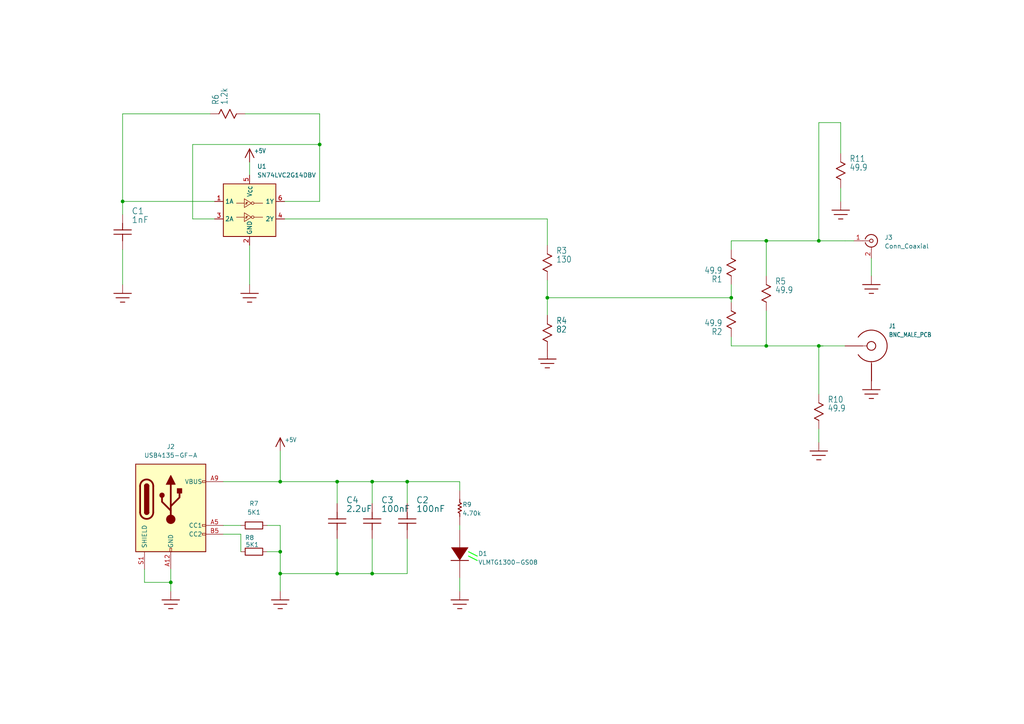
<source format=kicad_sch>
(kicad_sch (version 20250114) (generator "eeschema") (generator_version "9.0")
  (paper "A4")
  (title_block (title "Tiny TDR - BNC, and SMA connector") (date "2024-11-24") (rev "0.1"))
  (lib_symbols
    (symbol "74xGxx:SN74LVC2G14DBV"
      (property "Reference" "U" (at 2.54 12.7 0))
      (property "Value" "SN74LVC2G14DBV" (at 2.54 10.16 0))
      (symbol "SN74LVC2G14DBV_1_1"
        (rectangle (start -7.62 7.62) (end 7.62 -7.62) (stroke (width 0.254)) (fill (type background)))
        (polyline (pts (xy -1.524 3.302) (xy 0.508 2.032) (xy -1.524 0.762) (xy -1.524 3.302)))
        (polyline (pts (xy -1.524 2.032) (xy -3.81 2.032)))
        (polyline (pts (xy -1.524 -0.762) (xy 0.508 -2.032) (xy -1.524 -3.302) (xy -1.524 -0.762)))
        (polyline (pts (xy -1.524 -2.032) (xy -3.81 -2.032)))
        (polyline (pts (xy -1.016 1.778) (xy -1.016 2.286) (xy -0.762 2.286) (xy -0.762 1.778) (xy -1.27 1.778)))
        (polyline (pts (xy -1.016 -2.286) (xy -1.016 -1.778) (xy -0.762 -1.778) (xy -0.762 -2.286) (xy -1.27 -2.286)))
        (polyline (pts (xy -0.762 2.286) (xy -0.508 2.286)))
        (polyline (pts (xy -0.762 -1.778) (xy -0.508 -1.778)))
        (circle (center 0.889 2.032) (radius 0.381))
        (circle (center 0.889 -2.032) (radius 0.381))
        (polyline (pts (xy 1.27 2.032) (xy 3.81 2.032)))
        (polyline (pts (xy 1.27 -2.032) (xy 3.81 -2.032)))
        (pin input line (at -10.16 2.54 0) (length 2.54) (name "1A") (number "1"))
        (pin input line (at -10.16 -2.54 0) (length 2.54) (name "2A") (number "3"))
        (pin power_in line (at 0 10.16 270) (length 2.54) (name "V_{CC}") (number "5"))
        (pin power_in line (at 0 -10.16 90) (length 2.54) (name "GND") (number "2"))
        (pin output line (at 10.16 2.54 180) (length 2.54) (name "1Y") (number "6"))
        (pin output line (at 10.16 -2.54 180) (length 2.54) (name "2Y") (number "4"))
      )
    )
    (symbol "C0603_1"
      (property "Reference" "C3" (at 2.54 5.08 0))
      (property "Value" "100nF" (at 2.54 2.54 0))
      (symbol "C0603_1_1_0"
        (polyline (pts (xy -2.54 0.635) (xy 0 0.635)) (stroke (width 0.254)))
        (polyline (pts (xy 0 2.54) (xy 0 0.635)) (stroke (width 0.254)))
        (polyline (pts (xy 0 0.635) (xy 2.54 0.635)) (stroke (width 0.254)))
        (polyline (pts (xy 0 -0.635) (xy -2.54 -0.635)) (stroke (width 0.254)))
        (polyline (pts (xy 0 -0.635) (xy 0 -2.54)) (stroke (width 0.254)))
        (polyline (pts (xy 2.54 -0.635) (xy 0 -0.635)) (stroke (width 0.254)))
        (pin passive line (at 0 5.08 270) (length 2.54) (name "P$2") (number "P$2"))
        (pin passive line (at 0 -5.08 90) (length 2.54) (name "P$1") (number "P$1"))
      )
    )
    (symbol "C0603_2"
      (property "Reference" "C2" (at 2.54 5.08 0))
      (property "Value" "100nF" (at 2.54 2.54 0))
      (symbol "C0603_2_1_0"
        (polyline (pts (xy -2.54 0.635) (xy 0 0.635)) (stroke (width 0.254)))
        (polyline (pts (xy 0 2.54) (xy 0 0.635)) (stroke (width 0.254)))
        (polyline (pts (xy 0 0.635) (xy 2.54 0.635)) (stroke (width 0.254)))
        (polyline (pts (xy 0 -0.635) (xy -2.54 -0.635)) (stroke (width 0.254)))
        (polyline (pts (xy 0 -0.635) (xy 0 -2.54)) (stroke (width 0.254)))
        (polyline (pts (xy 2.54 -0.635) (xy 0 -0.635)) (stroke (width 0.254)))
        (pin passive line (at 0 5.08 270) (length 2.54) (name "P$2") (number "P$2"))
        (pin passive line (at 0 -5.08 90) (length 2.54) (name "P$1") (number "P$1"))
      )
    )
    (symbol "Connector:Conn_Coaxial" (pin_names (offset 1.016) (hide yes))
      (property "Reference" "J" (at 0.254 3.048 0))
      (property "Value" "Conn_Coaxial" (at 2.921 0 90))
      (symbol "Conn_Coaxial_0_1"
        (polyline (pts (xy -2.54 0) (xy -0.508 0)))
        (arc (start 1.778 0) (mid 0.222 -1.8079) (end -1.778 -0.508) (stroke (width 0.254)))
        (arc (start -1.778 0.508) (mid 0.2221 1.8084) (end 1.778 0) (stroke (width 0.254)))
        (circle (center 0 0) (radius 0.508) (stroke (width 0.2032)))
        (polyline (pts (xy 0 -2.54) (xy 0 -1.778)))
      )
      (symbol "Conn_Coaxial_1_1"
        (pin passive line (at -5.08 0 0) (length 2.54) (name "In") (number "1"))
        (pin passive line (at 0 -5.08 90) (length 2.54) (name "Ext") (number "2"))
      )
    )
    (symbol "Connector:USB_C_Receptacle_PowerOnly_6P" (pin_names (offset 1.016))
      (property "Reference" "J2" (at 0 17.78 0))
      (property "Value" "USB4135-GF-A" (at 0 15.24 0))
      (symbol "USB_C_Receptacle_PowerOnly_6P_0_0"
        (rectangle (start -0.254 -12.7) (end 0.254 -11.684))
        (rectangle (start 10.16 7.874) (end 9.144 7.366))
        (rectangle (start 10.16 -4.826) (end 9.144 -5.334))
        (rectangle (start 10.16 -7.366) (end 9.144 -7.874))
      )
      (symbol "USB_C_Receptacle_PowerOnly_6P_0_1"
        (rectangle (start -10.16 12.7) (end 10.16 -12.7) (stroke (width 0.254)) (fill (type background)))
        (polyline (pts (xy -8.89 -1.27) (xy -8.89 6.35)) (stroke (width 0.508)))
        (rectangle (start -7.62 -1.27) (end -6.35 6.35) (stroke (width 0.254)) (fill (type outline)))
        (arc (start -7.62 6.35) (mid -6.985 6.9823) (end -6.35 6.35) (stroke (width 0.254)))
        (arc (start -7.62 6.35) (mid -6.985 6.9823) (end -6.35 6.35) (stroke (width 0.254)) (fill (type outline)))
        (arc (start -8.89 6.35) (mid -6.985 8.2467) (end -5.08 6.35) (stroke (width 0.508)))
        (arc (start -5.08 -1.27) (mid -6.985 -3.1667) (end -8.89 -1.27) (stroke (width 0.508)))
        (arc (start -6.35 -1.27) (mid -6.985 -1.9023) (end -7.62 -1.27) (stroke (width 0.254)))
        (arc (start -6.35 -1.27) (mid -6.985 -1.9023) (end -7.62 -1.27) (stroke (width 0.254)) (fill (type outline)))
        (polyline (pts (xy -5.08 6.35) (xy -5.08 -1.27)) (stroke (width 0.508)))
        (circle (center -2.54 3.683) (radius 0.635) (stroke (width 0.254)) (fill (type outline)))
        (polyline (pts (xy -1.27 6.858) (xy 0 9.398) (xy 1.27 6.858) (xy -1.27 6.858)) (stroke (width 0.254)) (fill (type outline)))
        (polyline (pts (xy 0 0.508) (xy 2.54 3.048) (xy 2.54 4.318)) (stroke (width 0.508)))
        (polyline (pts (xy 0 -0.762) (xy -2.54 1.778) (xy -2.54 3.048)) (stroke (width 0.508)))
        (polyline (pts (xy 0 -3.302) (xy 0 6.858)) (stroke (width 0.508)))
        (circle (center 0 -3.302) (radius 1.27) (fill (type outline)))
        (rectangle (start 1.905 4.318) (end 3.175 5.588) (stroke (width 0.254)) (fill (type outline)))
      )
      (symbol "USB_C_Receptacle_PowerOnly_6P_1_1"
        (pin passive line (at -7.62 -17.78 90) (length 5.08) (name "SHIELD") (number "S1"))
        (pin power_out line (at 0 -17.78 90) (length 5.08) (name "GND") (number "A12"))
        (pin passive line (at 0 -17.78 90) (length 5.08) (hide yes) (name "GND") (number "B12"))
        (pin power_out line (at 15.24 7.62 180) (length 5.08) (name "VBUS") (number "A9"))
        (pin passive line (at 15.24 7.62 180) (length 5.08) (hide yes) (name "VBUS") (number "B9"))
        (pin bidirectional line (at 15.24 -5.08 180) (length 5.08) (name "CC1") (number "A5"))
        (pin bidirectional line (at 15.24 -7.62 180) (length 5.08) (name "CC2") (number "B5"))
      )
    )
    (symbol "Device:R" (pin_numbers (hide yes)) (pin_names (offset 0))
      (property "Reference" "R" (at 2.032 0 90))
      (property "Value" "R" (at 0 0 90))
      (symbol "R_0_1"
        (rectangle (start -1.016 -2.54) (end 1.016 2.54) (stroke (width 0.254)))
      )
      (symbol "R_1_1"
        (pin passive line (at 0 3.81 270) (length 1.27) (name "~") (number "1"))
        (pin passive line (at 0 -3.81 90) (length 1.27) (name "~") (number "2"))
      )
    )
    (symbol "TDR1-eagle-import:+5V" (power)
      (symbol "+5V_1_0"
        (polyline (pts (xy 0 1.27) (xy -1.27 -1.27)) (stroke (width 0.254)))
        (polyline (pts (xy 0 1.27) (xy 1.27 -1.27)) (stroke (width 0.254)))
        (polyline (pts (xy 0 0) (xy 0 1.27)) (stroke (width 0.254)))
        (pin power_in line (at 0 -2.54 90) (length 2.54) (name "+5V") (number "1"))
      )
    )
    (symbol "TDR1-eagle-import:BNC_MALE_PCB"
      (property "Reference" "J" (at 5.08 5.08 0))
      (symbol "BNC_MALE_PCB_1_0"
        (polyline (pts (xy -2.54 0) (xy -1.27 0)) (stroke (width 0.1524)))
        (arc (start -3.81 2.54) (mid 4.5791 0) (end -3.81 -2.54) (stroke (width 0.254)))
        (circle (center 0 0) (radius 1.27) (stroke (width 0.254)))
        (polyline (pts (xy 0 -5.08) (xy 0 -4.445)) (stroke (width 0.1524)))
        (pin bidirectional line (at -7.62 0 0) (length 5.08) (name "CENTER") (number "CENTER"))
        (pin bidirectional line (at 0 -10.16 90) (length 5.08) (name "SHIELD") (number "SHIELD@1"))
        (pin bidirectional line (at 0 -10.16 90) (length 5.08) (name "SHIELD") (number "SHIELD@2"))
        (pin bidirectional line (at 0 -10.16 90) (length 5.08) (name "SHIELD") (number "SHIELD@3"))
        (pin bidirectional line (at 0 -10.16 90) (length 5.08) (name "SHIELD") (number "SHIELD@4"))
      )
    )
    (symbol "TDR1-eagle-import:C0603"
      (property "Reference" "C" (at 2.54 5.08 0))
      (symbol "C0603_1_0"
        (polyline (pts (xy -2.54 0.635) (xy 0 0.635)) (stroke (width 0.254)))
        (polyline (pts (xy 0 2.54) (xy 0 0.635)) (stroke (width 0.254)))
        (polyline (pts (xy 0 0.635) (xy 2.54 0.635)) (stroke (width 0.254)))
        (polyline (pts (xy 0 -0.635) (xy -2.54 -0.635)) (stroke (width 0.254)))
        (polyline (pts (xy 0 -0.635) (xy 0 -2.54)) (stroke (width 0.254)))
        (polyline (pts (xy 2.54 -0.635) (xy 0 -0.635)) (stroke (width 0.254)))
        (pin bidirectional line (at 0 5.08 270) (length 2.54) (name "P$2") (number "P$2"))
        (pin bidirectional line (at 0 -5.08 90) (length 2.54) (name "P$1") (number "P$1"))
      )
    )
    (symbol "TDR1-eagle-import:C1206"
      (property "Reference" "C4" (at 2.54 5.08 0))
      (property "Value" "2.2uF" (at 2.54 2.54 0))
      (symbol "C1206_1_0"
        (polyline (pts (xy -2.54 0.635) (xy 0 0.635)) (stroke (width 0.254)))
        (polyline (pts (xy 0 2.54) (xy 0 0.635)) (stroke (width 0.254)))
        (polyline (pts (xy 0 0.635) (xy 2.54 0.635)) (stroke (width 0.254)))
        (polyline (pts (xy 0 -0.635) (xy -2.54 -0.635)) (stroke (width 0.254)))
        (polyline (pts (xy 0 -0.635) (xy 0 -2.54)) (stroke (width 0.254)))
        (polyline (pts (xy 2.54 -0.635) (xy 0 -0.635)) (stroke (width 0.254)))
        (pin passive line (at 0 5.08 270) (length 2.54) (name "P$2") (number "P$2"))
        (pin passive line (at 0 -5.08 90) (length 2.54) (name "P$1") (number "P$1"))
      )
    )
    (symbol "TDR1-eagle-import:GND" (power)
      (symbol "GND_1_0"
        (polyline (pts (xy -2.54 -2.54) (xy 2.54 -2.54)) (stroke (width 0.254)))
        (polyline (pts (xy -1.905 -3.81) (xy 1.905 -3.81)) (stroke (width 0.254)))
        (polyline (pts (xy -0.635 -5.08) (xy 0.635 -5.08)) (stroke (width 0.254)))
        (pin power_in line (at 0 0 270) (length 2.54) (name "GND") (number "1"))
      )
    )
    (symbol "TDR1-eagle-import:R0603"
      (property "Reference" "R" (at 2.54 2.54 0))
      (symbol "R0603_1_0"
        (polyline (pts (xy -1.27 0.635) (xy 1.27 -0.635)) (stroke (width 0.254)))
        (polyline (pts (xy -1.27 -1.905) (xy 0 -2.54)) (stroke (width 0.254)))
        (polyline (pts (xy 0 2.54) (xy 1.27 1.905)) (stroke (width 0.254)))
        (polyline (pts (xy 1.27 1.905) (xy -1.27 0.635)) (stroke (width 0.254)))
        (polyline (pts (xy 1.27 -0.635) (xy -1.27 -1.905)) (stroke (width 0.254)))
        (pin bidirectional line (at 0 5.08 270) (length 2.54) (name "P$3") (number "P$1"))
        (pin bidirectional line (at 0 -5.08 90) (length 2.54) (name "P$4") (number "P$2"))
      )
    )
    (symbol "active_probe-altium-import:root_3_Resistor_Generic"
      (symbol "root_3_Resistor_Generic_1_0"
        (polyline (pts (xy 0 -7.62) (xy 0 -6.604) (xy -0.508 -6.35) (xy 0.508 -5.842) (xy -0.508 -5.334) (xy 0.508 -4.826) (xy -0.508 -4.318) (xy 0.508 -3.81) (xy 0 -3.556) (xy 0 -2.54)) (stroke (width 0.254)))
        (pin passive line (at 0 0 270) (length 2.54) (name "1") (number "1"))
        (pin passive line (at 0 -10.16 90) (length 2.54) (name "2") (number "2"))
      )
    )
    (symbol "active_probe-altium-import:root_3_VLMTG1300-GS08"
      (symbol "root_3_VLMTG1300-GS08_1_0"
        (polyline (pts (xy -2.54 -5.08) (xy 2.54 -5.08) (xy 0 -8.89) (xy -2.54 -5.08)) (stroke (width -0.0001)) (fill (type outline)))
        (polyline (pts (xy 2.54 -6.35) (xy 5.08 -7.62)) (stroke (width 0.254) (color 0 255 0 1)))
        (polyline (pts (xy 2.54 -7.62) (xy 5.08 -8.89)) (stroke (width 0.254) (color 0 255 0 1)))
        (polyline (pts (xy 2.54 -8.89) (xy -2.54 -8.89)) (stroke (width 0.254)))
        (pin passive line (at 0 0 270) (length 5.08) (name "A") (number "1"))
        (pin passive line (at 0 -13.97 90) (length 5.08) (name "K") (number "2"))
      )
    )
  )
  (junction (at 97.79 166.37))
  (junction (at 118.11 139.7))
  (junction (at 35.56 58.42))
  (junction (at 158.75 86.36))
  (junction (at 81.28 139.7))
  (junction (at 81.28 160.02))
  (junction (at 222.25 69.85))
  (junction (at 92.71 41.91))
  (junction (at 107.95 139.7))
  (junction (at 237.49 100.33))
  (junction (at 237.49 69.85))
  (junction (at 222.25 100.33))
  (junction (at 81.28 166.37))
  (junction (at 212.09 86.36))
  (junction (at 97.79 139.7))
  (junction (at 107.95 166.37))
  (junction (at 49.53 168.91))
  (wire (pts (xy 158.75 81.28) (xy 158.75 86.36)) (stroke (width 0.1524)))
  (wire (pts (xy 212.09 82.55) (xy 212.09 86.36)) (stroke (width 0.1524)))
  (wire (pts (xy 49.53 168.91) (xy 49.53 171.45)))
  (wire (pts (xy 118.11 156.21) (xy 118.11 166.37)))
  (wire (pts (xy 107.95 146.05) (xy 107.95 139.7)))
  (wire (pts (xy 212.09 100.33) (xy 212.09 97.79)) (stroke (width 0.1524)))
  (wire (pts (xy 212.09 86.36) (xy 212.09 87.63)) (stroke (width 0.1524)))
  (wire (pts (xy 77.47 152.4) (xy 81.28 152.4)))
  (wire (pts (xy 243.84 44.45) (xy 243.84 35.56)))
  (wire (pts (xy 222.25 69.85) (xy 222.25 80.01)) (stroke (width 0.1524)))
  (wire (pts (xy 212.09 69.85) (xy 222.25 69.85)) (stroke (width 0.1524)))
  (wire (pts (xy 133.35 167.64) (xy 133.35 171.45)))
  (wire (pts (xy 237.49 35.56) (xy 237.49 69.85)))
  (wire (pts (xy 133.35 142.24) (xy 133.35 139.7)))
  (wire (pts (xy 35.56 33.02) (xy 35.56 58.42)) (stroke (width 0.1524)))
  (wire (pts (xy 237.49 100.33) (xy 238.76 100.33)))
  (wire (pts (xy 81.28 166.37) (xy 81.28 171.45)))
  (wire (pts (xy 107.95 166.37) (xy 97.79 166.37)))
  (wire (pts (xy 41.91 168.91) (xy 49.53 168.91)))
  (wire (pts (xy 72.39 46.99) (xy 72.39 50.8)))
  (wire (pts (xy 133.35 139.7) (xy 118.11 139.7)))
  (wire (pts (xy 97.79 139.7) (xy 97.79 146.05)))
  (wire (pts (xy 133.35 152.4) (xy 133.35 153.67)))
  (wire (pts (xy 245.11 69.85) (xy 247.65 69.85)))
  (wire (pts (xy 35.56 58.42) (xy 35.56 62.23)) (stroke (width 0.1524)))
  (wire (pts (xy 158.75 86.36) (xy 158.75 91.44)) (stroke (width 0.1524)))
  (wire (pts (xy 222.25 100.33) (xy 212.09 100.33)) (stroke (width 0.1524)))
  (wire (pts (xy 72.39 71.12) (xy 72.39 82.55)))
  (wire (pts (xy 243.84 35.56) (xy 237.49 35.56)))
  (wire (pts (xy 107.95 156.21) (xy 107.95 166.37)))
  (wire (pts (xy 222.25 90.17) (xy 222.25 100.33)) (stroke (width 0.1524)))
  (wire (pts (xy 92.71 41.91) (xy 92.71 58.42)))
  (wire (pts (xy 77.47 160.02) (xy 81.28 160.02)))
  (wire (pts (xy 107.95 139.7) (xy 97.79 139.7)))
  (wire (pts (xy 81.28 160.02) (xy 81.28 166.37)))
  (wire (pts (xy 252.73 74.93) (xy 252.73 80.01)))
  (wire (pts (xy 118.11 166.37) (xy 107.95 166.37)))
  (wire (pts (xy 237.49 100.33) (xy 222.25 100.33)) (stroke (width 0.1524)))
  (wire (pts (xy 237.49 69.85) (xy 222.25 69.85)) (stroke (width 0.1524)))
  (wire (pts (xy 81.28 152.4) (xy 81.28 160.02)))
  (wire (pts (xy 62.23 63.5) (xy 55.88 63.5)))
  (wire (pts (xy 118.11 146.05) (xy 118.11 139.7)))
  (wire (pts (xy 212.09 72.39) (xy 212.09 69.85)) (stroke (width 0.1524)))
  (wire (pts (xy 81.28 139.7) (xy 97.79 139.7)))
  (wire (pts (xy 55.88 41.91) (xy 55.88 63.5)))
  (wire (pts (xy 245.11 100.33) (xy 237.49 100.33)) (stroke (width 0.1524)))
  (wire (pts (xy 35.56 33.02) (xy 60.96 33.02)) (stroke (width 0.1524)))
  (wire (pts (xy 81.28 139.7) (xy 81.28 130.81)))
  (wire (pts (xy 49.53 165.1) (xy 49.53 168.91)))
  (wire (pts (xy 97.79 166.37) (xy 81.28 166.37)))
  (wire (pts (xy 55.88 41.91) (xy 92.71 41.91)))
  (wire (pts (xy 64.77 152.4) (xy 69.85 152.4)))
  (wire (pts (xy 92.71 58.42) (xy 82.55 58.42)) (stroke (width 0.1524)))
  (wire (pts (xy 212.09 86.36) (xy 158.75 86.36)) (stroke (width 0.1524)))
  (wire (pts (xy 118.11 139.7) (xy 107.95 139.7)))
  (wire (pts (xy 245.11 69.85) (xy 237.49 69.85)) (stroke (width 0.1524)))
  (wire (pts (xy 69.85 154.94) (xy 69.85 160.02)))
  (wire (pts (xy 237.49 114.3) (xy 237.49 100.33)))
  (wire (pts (xy 71.12 33.02) (xy 92.71 33.02)))
  (wire (pts (xy 243.84 54.61) (xy 243.84 58.42)))
  (wire (pts (xy 158.75 63.5) (xy 158.75 71.12)) (stroke (width 0.1524)))
  (wire (pts (xy 92.71 33.02) (xy 92.71 41.91)))
  (wire (pts (xy 237.49 124.46) (xy 237.49 128.27)))
  (wire (pts (xy 35.56 82.55) (xy 35.56 72.39)) (stroke (width 0.1524)))
  (wire (pts (xy 64.77 154.94) (xy 69.85 154.94)))
  (wire (pts (xy 97.79 156.21) (xy 97.79 166.37)))
  (wire (pts (xy 82.55 63.5) (xy 158.75 63.5)) (stroke (width 0.1524)))
  (wire (pts (xy 41.91 165.1) (xy 41.91 168.91)))
  (wire (pts (xy 35.56 58.42) (xy 62.23 58.42)))
  (wire (pts (xy 64.77 139.7) (xy 81.28 139.7)))
  (symbol (lib_id "TDR1-eagle-import:GND") (at 243.84 58.42 0) (unit 1)
    (property "Reference" "#U$04" (effects (hide yes)))
    (property "Value" "GND" (effects (hide yes)))
  )
  (symbol (lib_id "TDR1-eagle-import:GND") (at 81.28 171.45 0) (unit 1)
    (property "Reference" "#U$03" (effects (hide yes)))
    (property "Value" "GND" (effects (hide yes)))
  )
  (symbol (lib_id "Connector:USB_C_Receptacle_PowerOnly_6P") (at 49.53 147.32 0) (unit 1)
    (property "Reference" "J2" (at 49.53 129.54 0))
    (property "Value" "USB4135-GF-A" (at 49.53 132.08 0))
    (property "Footprint" "Connector_USB:USB_C_Receptacle_GCT_USB4135-GF-A_6P_TopMnt_Horizontal" (effects (hide yes)))
    (property "Datasheet" "https://www.usb.org/sites/default/files/documents/usb_type-c.zip" (effects (hide yes)))
    (property "Description" "USB Power-Only 6P Type-C Receptacle connector" (effects (hide yes)))
    (property "LCSC Part #" "C2927028" (effects (hide yes)))
  )
  (symbol (lib_id "TDR1-eagle-import:R0603") (at 212.09 92.71 180) (unit 1)
    (property "Reference" "R2" (at 209.55 95.25 0) (effects (font (size 1.778 1.5113)) (justify left bottom)))
    (property "Value" "49.9" (at 209.55 92.71 0) (effects (font (size 1.778 1.5113)) (justify left bottom)))
    (property "Footprint" "TDR1:R0603" (effects (hide yes)))
    (property "LCSC Part #" "C304761" (effects (hide yes)))
  )
  (symbol (lib_id "TDR1-eagle-import:+5V") (at 72.39 44.45 0) (unit 1)
    (property "Reference" "#U$07" (effects (hide yes)))
    (property "Value" "+5V" (at 73.66 44.45 0) (effects (font (size 1.27 1.0795)) (justify left bottom)))
  )
  (symbol (lib_id "Connector:Conn_Coaxial") (at 252.73 69.85 0) (unit 1)
    (property "Reference" "J3" (at 256.54 68.8731 0) (effects (justify left)))
    (property "Value" "Conn_Coaxial" (at 256.54 71.4131 0) (effects (justify left)))
    (property "Footprint" "Connector_Coaxial:SMA_Molex_73251-1153_EdgeMount_Horizontal" (effects (hide yes)))
    (property "Description" "coaxial connector (BNC, SMA, SMB, SMC, Cinch/RCA, LEMO, ...)" (effects (hide yes)))
    (property "LCSC Part #" "C5859238" (effects (hide yes)))
  )
  (symbol (lib_id "TDR1-eagle-import:R0603") (at 212.09 77.47 180) (unit 1)
    (property "Reference" "R1" (at 209.55 80.01 0) (effects (font (size 1.778 1.5113)) (justify left bottom)))
    (property "Value" "49.9" (at 209.55 77.47 0) (effects (font (size 1.778 1.5113)) (justify left bottom)))
    (property "Footprint" "TDR1:R0603" (effects (hide yes)))
    (property "LCSC Part #" "C304761" (effects (hide yes)))
  )
  (symbol (lib_name "C0603_2") (lib_id "TDR1-eagle-import:C0603") (at 118.11 151.13 0) (unit 1)
    (property "Reference" "C2" (at 120.65 146.05 0) (effects (font (size 1.778 1.778)) (justify left bottom)))
    (property "Value" "100nF" (at 120.65 148.59 0) (effects (font (size 1.778 1.778)) (justify left bottom)))
    (property "Footprint" "TDR1:C0603" (effects (hide yes)))
    (property "LCSC Part #" "C14663" (effects (hide yes)))
  )
  (symbol (lib_id "active_probe-altium-import:root_3_Resistor_Generic") (at 133.35 142.24 0) (unit 1)
    (property "Reference" "R9" (at 134.112 147.066 0) (effects (justify left bottom)))
    (property "Value" "4.70k" (at 134.112 149.606 0) (effects (justify left bottom)))
    (property "Footprint" "Resistor_SMD:R_0603_1608Metric" (effects (hide yes)))
    (property "Description" "RES 4.70K OHM 1% 1/10W 0603" (effects (hide yes)))
    (property "PART NUMBER" "RESC0603-4K70-1pct" (effects (hide yes)))
    (property "OHMS" "4700" (effects (hide yes)))
    (property "ALTIUM_VALUE" "4.70K" (effects (hide yes)))
    (property "MANUFACTURER 1" "Yageo" (effects (hide yes)))
    (property "MANUFACTURER PART NUMBER 1" "RC0603FR-074K7L" (effects (hide yes)))
    (property "MANUFACTURER 2" "Stackpole Electronics" (effects (hide yes)))
    (property "MANUFACTURER PART NUMBER 2" "RMCF0603FT4K70" (effects (hide yes)))
    (property "MANUFACTURER 3" "Vishay Dale" (effects (hide yes)))
    (property "MANUFACTURER PART NUMBER 3" "CRCW06034K70FKEA" (effects (hide yes)))
    (property "MANUFACTURER 4" "Panasonic Electronic Components" (effects (hide yes)))
    (property "MANUFACTURER PART NUMBER 4" "ERJ-3EKF4701V" (effects (hide yes)))
    (property "LCSC Part #" "C5913221" (effects (hide yes)))
  )
  (symbol (lib_id "TDR1-eagle-import:GND") (at 252.73 110.49 0) (unit 1)
    (property "Reference" "#U$01" (effects (hide yes)))
    (property "Value" "GND" (effects (hide yes)))
  )
  (symbol (lib_id "TDR1-eagle-import:R0603") (at 158.75 76.2 0) (unit 1)
    (property "Reference" "R3" (at 161.29 73.66 0) (effects (font (size 1.778 1.5113)) (justify left bottom)))
    (property "Value" "130" (at 161.29 76.2 0) (effects (font (size 1.778 1.5113)) (justify left bottom)))
    (property "Footprint" "TDR1:R0603" (effects (hide yes)))
    (property "LCSC Part #" "C304699" (effects (hide yes)))
  )
  (symbol (lib_id "Device:R") (at 73.66 152.4 90) (unit 1)
    (property "Reference" "R7" (at 73.66 146.05 90))
    (property "Value" "5K1" (at 73.66 148.59 90))
    (property "Footprint" "Resistor_SMD:R_0603_1608Metric" (effects (hide yes)))
    (property "Description" "Resistor" (effects (hide yes)))
    (property "LCSC Part #" "C5913162" (effects (hide yes)))
  )
  (symbol (lib_id "TDR1-eagle-import:GND") (at 49.53 171.45 0) (unit 1)
    (property "Reference" "#U$02" (effects (hide yes)))
    (property "Value" "GND" (effects (hide yes)))
  )
  (symbol (lib_id "TDR1-eagle-import:GND") (at 252.73 80.01 0) (unit 1)
    (property "Reference" "#U$018" (effects (hide yes)))
    (property "Value" "GND" (effects (hide yes)))
  )
  (symbol (lib_name "C0603_1") (lib_id "TDR1-eagle-import:C0603") (at 107.95 151.13 0) (unit 1)
    (property "Reference" "C3" (at 110.49 146.05 0) (effects (font (size 1.778 1.778)) (justify left bottom)))
    (property "Value" "100nF" (at 110.49 148.59 0) (effects (font (size 1.778 1.778)) (justify left bottom)))
    (property "Footprint" "TDR1:C0603" (effects (hide yes)))
    (property "LCSC Part #" "C14663" (effects (hide yes)))
  )
  (symbol (lib_id "TDR1-eagle-import:+5V") (at 81.28 128.27 0) (unit 1)
    (property "Reference" "#U$016" (effects (hide yes)))
    (property "Value" "+5V" (at 82.55 128.27 0) (effects (font (size 1.27 1.0795)) (justify left bottom)))
  )
  (symbol (lib_id "TDR1-eagle-import:C0603") (at 35.56 67.31 0) (unit 1)
    (property "Reference" "C1" (at 38.1 62.23 0) (effects (font (size 1.778 1.778)) (justify left bottom)))
    (property "Value" "1nF" (at 38.1 64.77 0) (effects (font (size 1.778 1.778)) (justify left bottom)))
    (property "Footprint" "TDR1:C0603" (effects (hide yes)))
    (property "LCSC Part #" "C14663" (effects (hide yes)))
  )
  (symbol (lib_id "active_probe-altium-import:root_3_VLMTG1300-GS08") (at 133.35 153.67 0) (unit 1)
    (property "Reference" "D1" (at 138.684 161.29 0) (effects (justify left bottom)))
    (property "Value" "VLMTG1300-GS08" (at 138.684 163.83 0) (effects (justify left bottom)))
    (property "Footprint" "LED_SMD:LED_0603_1608Metric_Pad1.05x0.95mm_HandSolder" (effects (hide yes)))
    (property "Description" "LED GREEN 0603 SMD" (effects (hide yes)))
    (property "SUPPLIER 1" "Digi-Key" (effects (hide yes)))
    (property "SUPPLIER PART NUMBER 1" "VLMTG1300-GS08CT-ND" (effects (hide yes)))
    (property "MANUFACTURER" "Vishay Semiconductors" (effects (hide yes)))
    (property "MANUFACTURER PART NUMBER" "VLMTG1300-GS08" (effects (hide yes)))
    (property "STOCK 1" "156996" (effects (hide yes)))
    (property "PRICING 1" "1=0.46, 10=0.305, 100=0.2033, 500=0.1406, 1000=0.11716 (USD)" (effects (hide yes)))
    (property "MOUNT" "Surface Mount" (effects (hide yes)))
    (property "CASE/PACKAGE" "0603" (effects (hide yes)))
    (property "NUMBER OF PINS" "2" (effects (hide yes)))
    (property "COLOR" "Green" (effects (hide yes)))
    (property "CASE CODE (METRIC)" "1608" (effects (hide yes)))
    (property "CASE CODE (IMPERIAL)" "0603" (effects (hide yes)))
    (property "CONTACT PLATING" "Tin,Matte" (effects (hide yes)))
    (property "MIN OPERATING TEMPERATURE" "-35°C" (effects (hide yes)))
    (property "MAX OPERATING TEMPERATURE" "85°C" (effects (hide yes)))
    (property "PACKAGE QUANTITY" "1" (effects (hide yes)))
    (property "VIEWING ANGLE" "130°" (effects (hide yes)))
    (property "LENS STYLE" "Rectangular,Clear" (effects (hide yes)))
    (property "PACKAGING" "Tape and Reel" (effects (hide yes)))
    (property "WAVELENGTH" "525nm" (effects (hide yes)))
    (property "FORWARD VOLTAGE" "3.2V" (effects (hide yes)))
    (property "LUMINOUS INTENSITY" "450mcd" (effects (hide yes)))
    (property "FORWARD CURRENT" "20mA" (effects (hide yes)))
    (property "ILLUMINATION COLOR" "Green" (effects (hide yes)))
    (property "POWER RATING" "75mW" (effects (hide yes)))
    (property "DOMINANT WAVELENGTH" "525nm" (effects (hide yes)))
    (property "TEST CURRENT" "20mA" (effects (hide yes)))
    (property "NUMBER OF ELEMENTS" "1" (effects (hide yes)))
    (property "POWER DISSIPATION" "76mW" (effects (hide yes)))
    (property "NUMBER OF LEDS" "1" (effects (hide yes)))
    (property "MAX POWER DISSIPATION" "76mW" (effects (hide yes)))
    (property "SERIES" "CHipLED" (effects (hide yes)))
    (property "LENGTH" "1.6mm" (effects (hide yes)))
    (property "WIDTH" "0.8mm" (effects (hide yes)))
    (property "HEIGHT" "0.8mm" (effects (hide yes)))
    (property "DEPTH" "0.8mm" (effects (hide yes)))
    (property "RADIATION HARDENING" "No" (effects (hide yes)))
    (property "LEAD FREE" "Lead Free" (effects (hide yes)))
    (property "ROHS COMPLIANT" "Yes" (effects (hide yes)))
    (property "COMPONENTLINK1URL" "https://datasheet.ciiva.com/26322/vlmo1300-26322149.pdf?src-supplier=Element14" (effects (hide yes)))
    (property "COMPONENTLINK1DESCRIPTION" "https://datasheet.ciiva.com/26322/vlmo1300-26322149.pdf?src-supplier=Element14" (effects (hide yes)))
    (property "COMPONENTLINK2URL" "https://datasheet.ciiva.com/8028/vlmo1300-8028077.pdf?src-supplier=Element14" (effects (hide yes)))
    (property "COMPONENTLINK2DESCRIPTION" "https://datasheet.ciiva.com/8028/vlmo1300-8028077.pdf?src-supplier=Element14" (effects (hide yes)))
    (property "COMPONENTLINK3URL" "https://datasheet.ciiva.com/16510/vlmo1300-16510989.pdf?src-supplier=Future+Electronics" (effects (hide yes)))
    (property "COMPONENTLINK3DESCRIPTION" "https://datasheet.ciiva.com/16510/vlmo1300-16510989.pdf?src-supplier=Future+Electronics" (effects (hide yes)))
    (property "COMPONENTLINK4URL" "https://datasheet.ciiva.com/2115/vlmo1300-2115107.pdf?src-supplier=Digi-Key" (effects (hide yes)))
    (property "COMPONENTLINK4DESCRIPTION" "https://datasheet.ciiva.com/2115/vlmo1300-2115107.pdf?src-supplier=Digi-Key" (effects (hide yes)))
    (property "COMPONENTLINK5URL" "https://datasheet.ciiva.com/2115/vlmo1300-2115108.pdf?src-supplier=Digi-Key" (effects (hide yes)))
    (property "COMPONENTLINK5DESCRIPTION" "https://datasheet.ciiva.com/2115/vlmo1300-2115108.pdf?src-supplier=Digi-Key" (effects (hide yes)))
    (property "COMPONENTLINK6URL" "https://datasheet.ciiva.com/2115/vlmo1300-2115106.pdf?src-supplier=Digi-Key" (effects (hide yes)))
    (property "COMPONENTLINK6DESCRIPTION" "https://datasheet.ciiva.com/2115/vlmo1300-2115106.pdf?src-supplier=Digi-Key" (effects (hide yes)))
    (property "SUPPLIER 2" "Mouser" (effects (hide yes)))
    (property "SUPPLIER PART NUMBER 2" "78-VLMTG1300-GS08" (effects (hide yes)))
    (property "LCSC Part #" "C413462" (effects (hide yes)))
  )
  (symbol (lib_id "TDR1-eagle-import:C1206") (at 97.79 151.13 0) (unit 1)
    (property "Reference" "C4" (at 100.33 146.05 0) (effects (font (size 1.778 1.778)) (justify left bottom)))
    (property "Value" "2.2uF" (at 100.33 148.59 0) (effects (font (size 1.778 1.778)) (justify left bottom)))
    (property "Footprint" "TDR1:1206" (effects (hide yes)))
    (property "LCSC Part #" "C152949" (effects (hide yes)))
  )
  (symbol (lib_id "TDR1-eagle-import:GND") (at 158.75 101.6 0) (unit 1)
    (property "Reference" "#U$017" (effects (hide yes)))
    (property "Value" "GND" (effects (hide yes)))
  )
  (symbol (lib_id "TDR1-eagle-import:BNC_MALE_PCB") (at 252.73 100.33 0) (unit 1)
    (property "Reference" "J1" (at 257.81 95.25 0) (effects (font (size 1.27 1.0795)) (justify left bottom)))
    (property "Value" "BNC_MALE_PCB" (at 257.81 97.79 0) (effects (font (size 1.27 1.0795)) (justify left bottom)))
    (property "Footprint" "Connector_Coaxial:BNC_LINX_CONBNC001" (effects (hide yes)))
    (property "LCSC Part #" "C6538223" (effects (hide yes)))
  )
  (symbol (lib_id "TDR1-eagle-import:R0603") (at 66.04 33.02 90) (unit 1)
    (property "Reference" "R6" (at 63.5 30.48 0) (effects (font (size 1.778 1.5113)) (justify left bottom)))
    (property "Value" "1.2k" (at 66.04 30.48 0) (effects (font (size 1.778 1.5113)) (justify left bottom)))
    (property "Footprint" "TDR1:R0603" (effects (hide yes)))
    (property "LCSC Part #" "C667536" (effects (hide yes)))
  )
  (symbol (lib_id "74xGxx:SN74LVC2G14DBV") (at 72.39 60.96 0) (unit 1)
    (property "Reference" "U1" (at 74.5841 48.26 0) (effects (justify left)))
    (property "Value" "SN74LVC2G14DBV" (at 74.5841 50.8 0) (effects (justify left)))
    (property "Footprint" "Package_TO_SOT_SMD:SOT-23-6" (effects (hide yes)))
    (property "Datasheet" "https://www.ti.com/lit/ds/symlink/sn74lvc2g14.pdf" (effects (hide yes)))
    (property "Description" "Dual schmitt inverter, VCC from 1.65 to 5.5 V, SOT-23" (effects (hide yes)))
    (property "LCSC Part #" "C5375976" (effects (hide yes)))
    (property "Sim.Library" "C:\\Users\\RWache\\OneDrive - Rockwell Automation, Inc\\Mrf data\\model\\sn74lvc2g14.ibs" (effects (hide yes)))
    (property "Sim.Name" "LVC2G14_YEA" (effects (hide yes)))
    (property "Sim.Ibis.Pin" "4" (effects (hide yes)))
    (property "Sim.Ibis.Model" "LVC2G14_OUT_50" (effects (hide yes)))
    (property "Sim.Device" "IBIS" (effects (hide yes)))
    (property "Sim.Pins" "2=GND 4=IN/OUT" (effects (hide yes)))
    (property "Sim.Type" "RECTDRIVER" (effects (hide yes)))
    (property "Sim.Params" "ton=1u toff=1u n=4" (effects (hide yes)))
  )
  (symbol (lib_id "TDR1-eagle-import:GND") (at 72.39 82.55 0) (unit 1)
    (property "Reference" "#U$06" (effects (hide yes)))
    (property "Value" "GND" (effects (hide yes)))
  )
  (symbol (lib_id "TDR1-eagle-import:R0603") (at 158.75 96.52 0) (unit 1)
    (property "Reference" "R4" (at 161.29 93.98 0) (effects (font (size 1.778 1.5113)) (justify left bottom)))
    (property "Value" "82" (at 161.29 96.52 0) (effects (font (size 1.778 1.5113)) (justify left bottom)))
    (property "Footprint" "TDR1:R0603" (effects (hide yes)))
    (property "LCSC Part #" "C322011" (effects (hide yes)))
  )
  (symbol (lib_id "TDR1-eagle-import:R0603") (at 237.49 119.38 0) (unit 1) (in_bom no) (on_board no)
    (property "Reference" "R10" (at 240.03 116.84 0) (effects (font (size 1.778 1.5113)) (justify left bottom)))
    (property "Value" "49.9" (at 240.03 119.38 0) (effects (font (size 1.778 1.5113)) (justify left bottom)))
    (property "Footprint" "TDR1:R0603" (effects (hide yes)))
    (property "LCSC Part #" "C304761" (effects (hide yes)))
  )
  (symbol (lib_id "TDR1-eagle-import:R0603") (at 222.25 85.09 0) (unit 1)
    (property "Reference" "R5" (at 224.79 82.55 0) (effects (font (size 1.778 1.5113)) (justify left bottom)))
    (property "Value" "49.9" (at 224.79 85.09 0) (effects (font (size 1.778 1.5113)) (justify left bottom)))
    (property "Footprint" "TDR1:R0603" (effects (hide yes)))
    (property "LCSC Part #" "C304761" (effects (hide yes)))
  )
  (symbol (lib_id "TDR1-eagle-import:GND") (at 35.56 82.55 0) (unit 1)
    (property "Reference" "#U$05" (effects (hide yes)))
    (property "Value" "GND" (effects (hide yes)))
  )
  (symbol (lib_id "TDR1-eagle-import:GND") (at 237.49 128.27 0) (unit 1)
    (property "Reference" "#U$08" (effects (hide yes)))
    (property "Value" "GND" (effects (hide yes)))
  )
  (symbol (lib_id "TDR1-eagle-import:GND") (at 133.35 171.45 0) (unit 1)
    (property "Reference" "#U$09" (effects (hide yes)))
    (property "Value" "GND" (effects (hide yes)))
  )
  (symbol (lib_id "TDR1-eagle-import:R0603") (at 243.84 49.53 0) (unit 1) (in_bom no) (on_board no)
    (property "Reference" "R11" (at 246.38 46.99 0) (effects (font (size 1.778 1.5113)) (justify left bottom)))
    (property "Value" "49.9" (at 246.38 49.53 0) (effects (font (size 1.778 1.5113)) (justify left bottom)))
    (property "Footprint" "TDR1:R0603" (effects (hide yes)))
    (property "LCSC Part #" "C304761" (effects (hide yes)))
  )
  (symbol (lib_id "Device:R") (at 73.66 160.02 90) (unit 1)
    (property "Reference" "R8" (at 72.39 155.956 90))
    (property "Value" "5K1" (at 73.152 157.988 90))
    (property "Footprint" "Resistor_SMD:R_0603_1608Metric" (effects (hide yes)))
    (property "Description" "Resistor" (effects (hide yes)))
    (property "LCSC Part #" "C5913162" (effects (hide yes)))
  )
)
</source>
